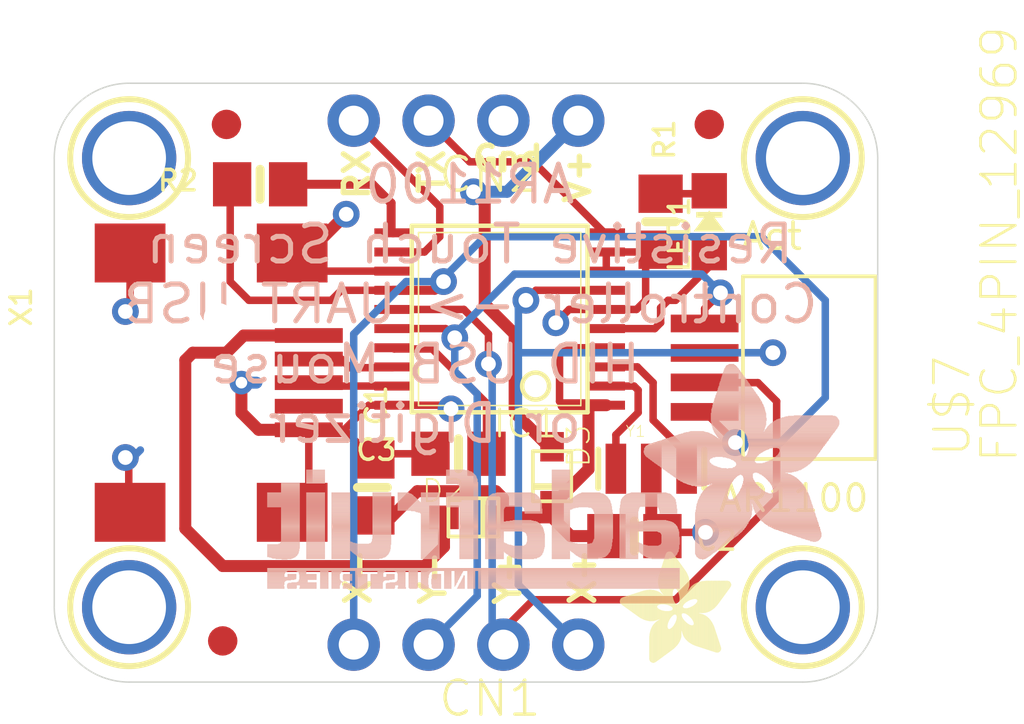
<source format=kicad_pcb>
(kicad_pcb (version 20211014) (generator pcbnew)
  (layers (0 "F.Cu" signal) (31 "B.Cu" signal) (34 "B.Paste" user) (35 "F.Paste" user) (36 "B.SilkS" user "B.Silkscreen") (37 "F.SilkS" user "F.Silkscreen") (38 "B.Mask" user) (39 "F.Mask" user) (44 "Edge.Cuts" user))
  (net 0 "")
  (net 1 "GND")
  (net 2 "Y+")
  (net 3 "Y-")
  (net 4 "X+")
  (net 5 "X-")
  (net 6 "+5V")
  (net 7 "VDD")
  (net 8 "D+")
  (net 9 "D-")
  (net 10 "RX")
  (net 11 "TX")
  (net 12 "N$2")
  (net 13 "N$3")
  (net 14 "N$4")
  (net 15 "N$5")
  (net 16 "N$1")
  (net 17 "N$6")
  (net 18 "N$7")
  (footprint "boardEagle:0805-NO" (layer "F.Cu") (at 148.2471 107.4166 180)
    (fp_text reference "C3" (at 2.032 0.127) (layer "F.SilkS") (effects (font (size 0.692831 0.692831) (thickness 0.119969)) (justify right)))
    (fp_text value "10uF")
    (pad "1" smd rect (at -0.95 0 180) (size 1.3 1.5) (layers "F.Cu" "F.Paste" "F.Mask") (net 14 "N$4"))
    (pad "2" smd rect (at 0.95 0 180) (size 1.3 1.5) (layers "F.Cu" "F.Paste" "F.Mask") (net 1 "GND"))
  )
  (footprint "boardEagle:ADAFRUIT_3.5MM" (layer "F.Cu") (at 157.5181 114.5286 90)
    (fp_text reference "U$14" hide)
    (fp_text value "" hide)
  )
  (footprint "boardEagle:MOUNTINGHOLE_2.5_PLATED" (layer "F.Cu") (at 159.9311 97.3836)
    (fp_text reference "U$5" hide)
    (fp_text value "MOUNTINGHOLE2.5" hide)
    (pad "P$1" thru_hole circle (at 0 0) (size 3.2 3.2) (drill 2.5) (layers *.Cu *.Mask))
  )
  (footprint "boardEagle:MOUNTINGHOLE_2.5_PLATED" (layer "F.Cu") (at 137.0711 112.6236)
    (fp_text reference "U$2" hide)
    (fp_text value "MOUNTINGHOLE2.5" hide)
    (pad "P$1" thru_hole circle (at 0 0) (size 3.2 3.2) (drill 2.5) (layers *.Cu *.Mask))
  )
  (footprint "boardEagle:SOD-323F" (layer "F.Cu") (at 151.4221 108.1786 -90)
    (fp_text reference "D3" (at -1.8 -0.9 90) (layer "F.SilkS") (effects (font (size 0.752978 0.752978) (thickness 0.059822)) (justify right)))
    (fp_text value "1N4148")
    (pad "A" smd rect (at -1 0 270) (size 1 0.8) (layers "F.Cu" "F.Paste" "F.Mask") (net 6 "+5V"))
    (pad "C" smd rect (at 1 0 270) (size 1 0.8) (layers "F.Cu" "F.Paste" "F.Mask") (net 7 "VDD"))
  )
  (footprint "boardEagle:FIDUCIAL_1MM" (layer "F.Cu") (at 140.3731 96.2406)
    (fp_text reference "FID3" hide)
    (fp_text value "FIDUCIAL\"\"" hide)
    (pad "1" smd roundrect (at 0 0) (size 1 1) (layers "F.Cu" "F.Mask") (roundrect_rratio 0.5))
  )
  (footprint "boardEagle:0805-NO" (layer "F.Cu") (at 154.2161 110.2106)
    (fp_text reference "C2" (at 2.032 0.127) (layer "F.SilkS") (effects (font (size 0.692831 0.692831) (thickness 0.119969)) (justify left)))
    (fp_text value "10uF")
    (pad "1" smd rect (at -0.95 0) (size 1.3 1.5) (layers "F.Cu" "F.Paste" "F.Mask") (net 7 "VDD"))
    (pad "2" smd rect (at 0.95 0) (size 1.3 1.5) (layers "F.Cu" "F.Paste" "F.Mask") (net 1 "GND"))
  )
  (footprint "boardEagle:FIDUCIAL_1MM" (layer "F.Cu") (at 140.2461 113.7666)
    (fp_text reference "FID2" hide)
    (fp_text value "FIDUCIAL\"\"" hide)
    (pad "1" smd roundrect (at 0 0) (size 1 1) (layers "F.Cu" "F.Mask") (roundrect_rratio 0.5))
  )
  (footprint "boardEagle:CHIPLED_0805_NOOUTLINE" (layer "F.Cu") (at 156.7561 99.5426)
    (fp_text reference "LED1" (at -1.016 1.778 90) (layer "F.SilkS") (effects (font (size 0.692831 0.692831) (thickness 0.119969)) (justify left)))
    (fp_text value "RED")
    (pad "A" smd rect (at 0 1.05) (size 1.2 1.2) (layers "F.Cu" "F.Paste" "F.Mask") (net 12 "N$2"))
    (pad "C" smd rect (at 0 -1.05) (size 1.2 1.2) (layers "F.Cu" "F.Paste" "F.Mask") (net 13 "N$3"))
  )
  (footprint "boardEagle:MOUNTINGHOLE_2.5_PLATED" (layer "F.Cu") (at 137.0711 97.3836)
    (fp_text reference "U$4" hide)
    (fp_text value "MOUNTINGHOLE2.5" hide)
    (pad "P$1" thru_hole circle (at 0 0) (size 3.2 3.2) (drill 2.5) (layers *.Cu *.Mask))
  )
  (footprint "boardEagle:MOUNTINGHOLE_2.5_PLATED" (layer "F.Cu") (at 159.9311 112.6236)
    (fp_text reference "U$6" hide)
    (fp_text value "MOUNTINGHOLE2.5" hide)
    (pad "P$1" thru_hole circle (at 0 0) (size 3.2 3.2) (drill 2.5) (layers *.Cu *.Mask))
  )
  (footprint "boardEagle:0805-NO" (layer "F.Cu") (at 141.5161 98.2726 180)
    (fp_text reference "R2" (at 2.032 0.127) (layer "F.SilkS") (effects (font (size 0.692831 0.692831) (thickness 0.119969)) (justify right)))
    (fp_text value "20K")
    (pad "1" smd rect (at -0.95 0 180) (size 1.3 1.5) (layers "F.Cu" "F.Paste" "F.Mask") (net 15 "N$5"))
    (pad "2" smd rect (at 0.95 0 180) (size 1.3 1.5) (layers "F.Cu" "F.Paste" "F.Mask") (net 5 "X-"))
  )
  (footprint "boardEagle:0805-NO" (layer "F.Cu") (at 145.3261 108.5596 90)
    (fp_text reference "C1" (at 2.032 0.127 90) (layer "F.SilkS") (effects (font (size 0.692831 0.692831) (thickness 0.119969)) (justify left)))
    (fp_text value "0.1uF")
    (pad "1" smd rect (at -0.95 0 90) (size 1.3 1.5) (layers "F.Cu" "F.Paste" "F.Mask") (net 7 "VDD"))
    (pad "2" smd rect (at 0.95 0 90) (size 1.3 1.5) (layers "F.Cu" "F.Paste" "F.Mask") (net 1 "GND"))
  )
  (footprint "boardEagle:1X04-CLEANBIG" (layer "F.Cu") (at 148.5011 96.1136 180)
    (fp_text reference "CN2" (at -2.6162 -1.8288) (layer "F.SilkS") (effects (font (size 1.1557 1.1557) (thickness 0.1143)) (justify right)))
    (fp_text value "1X4-CLEANBIG" hide)
    (pad "1" thru_hole circle (at -3.81 0 270) (size 1.778 1.778) (drill 1.016) (layers *.Cu *.Mask) (net 6 "+5V"))
    (pad "2" thru_hole circle (at -1.27 0 270) (size 1.778 1.778) (drill 1.016) (layers *.Cu *.Mask) (net 1 "GND"))
    (pad "3" thru_hole circle (at 1.27 0 270) (size 1.778 1.778) (drill 1.016) (layers *.Cu *.Mask) (net 11 "TX"))
    (pad "4" thru_hole circle (at 3.81 0 270) (size 1.778 1.778) (drill 1.016) (layers *.Cu *.Mask) (net 10 "RX"))
  )
  (footprint "boardEagle:RESONATOR-SMD" (layer "F.Cu") (at 154.7876 107.9246)
    (fp_text reference "Y1" (at -0.889 -1.27) (layer "F.SilkS") (effects (font (size 0.376489 0.376489) (thickness 0.029911)) (justify left)))
    (fp_text value "12MHz")
    (pad "1" smd rect (at -1.2 0) (size 0.7 1.7) (layers "F.Cu" "F.Paste" "F.Mask") (net 18 "N$7"))
    (pad "2" smd rect (at 0 0) (size 0.7 1.7) (layers "F.Cu" "F.Paste" "F.Mask") (net 1 "GND"))
    (pad "3" smd rect (at 1.2 0) (size 0.7 1.7) (layers "F.Cu" "F.Paste" "F.Mask") (net 17 "N$6"))
  )
  (footprint "boardEagle:SOD-323F" (layer "F.Cu") (at 148.7551 109.5756)
    (fp_text reference "D2" (at -1.8 -0.9) (layer "F.SilkS") (effects (font (size 0.752978 0.752978) (thickness 0.059822)) (justify left)))
    (fp_text value "1N4148")
    (pad "A" smd rect (at -1 0) (size 1 0.8) (layers "F.Cu" "F.Paste" "F.Mask") (net 16 "N$1"))
    (pad "C" smd rect (at 1 0) (size 1 0.8) (layers "F.Cu" "F.Paste" "F.Mask") (net 7 "VDD"))
  )
  (footprint "boardEagle:1X04-CLEANBIG" (layer "F.Cu") (at 148.5011 113.8936 180)
    (fp_text reference "CN1" (at -2.6162 -1.8288) (layer "F.SilkS") (effects (font (size 1.1557 1.1557) (thickness 0.1143)) (justify right)))
    (fp_text value "1X4-CLEANBIG" hide)
    (pad "1" thru_hole circle (at -3.81 0 270) (size 1.778 1.778) (drill 1.016) (layers *.Cu *.Mask) (net 4 "X+"))
    (pad "2" thru_hole circle (at -1.27 0 270) (size 1.778 1.778) (drill 1.016) (layers *.Cu *.Mask) (net 2 "Y+"))
    (pad "3" thru_hole circle (at 1.27 0 270) (size 1.778 1.778) (drill 1.016) (layers *.Cu *.Mask) (net 3 "Y-"))
    (pad "4" thru_hole circle (at 3.81 0 270) (size 1.778 1.778) (drill 1.016) (layers *.Cu *.Mask) (net 5 "X-"))
  )
  (footprint "boardEagle:FPC_CONN_1MM_DUAL_4P" (layer "F.Cu") (at 157.8991 104.4956 90)
    (fp_text reference "U$7" (at -3.1 7.1 90) (layer "F.SilkS") (effects (font (size 1.176528 1.176528) (thickness 0.093472)) (justify left)))
    (fp_text value "FPC_4PIN_12969" (at -3.3 8.7 90) (layer "F.SilkS") (effects (font (size 1.176528 1.176528) (thickness 0.093472)) (justify left)))
    (pad "1" smd rect (at -1.5 -1.3 180) (size 2.3 0.6) (layers "F.Cu" "F.Paste" "F.Mask") (net 5 "X-"))
    (pad "2" smd rect (at -0.5 -1.3 180) (size 2.3 0.6) (layers "F.Cu" "F.Paste" "F.Mask") (net 2 "Y+"))
    (pad "3" smd rect (at 0.5 -1.3 180) (size 2.3 0.6) (layers "F.Cu" "F.Paste" "F.Mask") (net 4 "X+"))
    (pad "4" smd rect (at 1.5 -1.3 180) (size 2.3 0.6) (layers "F.Cu" "F.Paste" "F.Mask") (net 3 "Y-"))
  )
  (footprint "boardEagle:USB-MINIB" (layer "F.Cu") (at 139.1031 105.0036 -90)
    (fp_text reference "X1" (at -3.31 5.699 90) (layer "F.SilkS") (effects (font (size 0.692831 0.692831) (thickness 0.119969)) (justify right)))
    (fp_text value "")
    (pad "" np_thru_hole circle (at -2.2 -1 270) (size 1 1) (drill 1) (layers *.Cu *.Mask))
    (pad "" np_thru_hole circle (at 2.2 -1 270) (size 1 1) (drill 1) (layers *.Cu *.Mask))
    (pad "D+" smd rect (at 0 -4.064 90) (size 0.5 2.308) (layers "F.Cu" "F.Paste" "F.Mask") (net 8 "D+"))
    (pad "D-" smd rect (at -0.8 -4.064 90) (size 0.5 2.308) (layers "F.Cu" "F.Paste" "F.Mask") (net 9 "D-"))
    (pad "GND" smd rect (at 1.6 -4.064 90) (size 0.5 2.308) (layers "F.Cu" "F.Paste" "F.Mask") (net 1 "GND"))
    (pad "GND1" smd rect (at -4.4 2 270) (size 2 2.4) (layers "F.Cu" "F.Paste" "F.Mask") (net 1 "GND"))
    (pad "GND2" smd rect (at -4.4 -3.5 270) (size 2 2.4) (layers "F.Cu" "F.Paste" "F.Mask") (net 1 "GND"))
    (pad "GND3" smd rect (at 4.4 -3.5 270) (size 2 2.4) (layers "F.Cu" "F.Paste" "F.Mask") (net 1 "GND"))
    (pad "GND4" smd rect (at 4.4 2 270) (size 2 2.4) (layers "F.Cu" "F.Paste" "F.Mask") (net 1 "GND"))
    (pad "ID" smd rect (at 0.8 -4.064 90) (size 0.5 2.308) (layers "F.Cu" "F.Paste" "F.Mask"))
    (pad "VBUS" smd rect (at -1.6 -4.064 90) (size 0.5 2.308) (layers "F.Cu" "F.Paste" "F.Mask") (net 16 "N$1"))
  )
  (footprint "boardEagle:0805-NO" (layer "F.Cu") (at 155.1051 99.5426 90)
    (fp_text reference "R1" (at 2.032 0.127 90) (layer "F.SilkS") (effects (font (size 0.692831 0.692831) (thickness 0.119969)) (justify left)))
    (fp_text value "470")
    (pad "1" smd rect (at -0.95 0 90) (size 1.3 1.5) (layers "F.Cu" "F.Paste" "F.Mask") (net 1 "GND"))
    (pad "2" smd rect (at 0.95 0 90) (size 1.3 1.5) (layers "F.Cu" "F.Paste" "F.Mask") (net 13 "N$3"))
  )
  (footprint "boardEagle:TSSOP20-5.3MMBODY" (layer "F.Cu") (at 149.6441 102.8446 90)
    (fp_text reference "IC1" (at -3.5456 2.0828) (layer "F.SilkS") (effects (font (size 0.92456 0.92456) (thickness 0.09144)) (justify right)))
    (fp_text value "AR1100_SSOP")
    (pad "1" smd rect (at -2.925 3.6178 90) (size 0.3048 1.27) (layers "F.Cu" "F.Paste" "F.Mask") (net 7 "VDD"))
    (pad "2" smd rect (at -2.275 3.6178 90) (size 0.3048 1.27) (layers "F.Cu" "F.Paste" "F.Mask") (net 18 "N$7"))
    (pad "3" smd rect (at -1.625 3.6178 90) (size 0.3048 1.27) (layers "F.Cu" "F.Paste" "F.Mask") (net 17 "N$6"))
    (pad "4" smd rect (at -0.975 3.6178 90) (size 0.3048 1.27) (layers "F.Cu" "F.Paste" "F.Mask") (net 7 "VDD"))
    (pad "5" smd rect (at -0.325 3.6178 90) (size 0.3048 1.27) (layers "F.Cu" "F.Paste" "F.Mask") (net 12 "N$2"))
    (pad "6" smd rect (at 0.325 3.6178 90) (size 0.3048 1.27) (layers "F.Cu" "F.Paste" "F.Mask") (net 1 "GND"))
    (pad "7" smd rect (at 0.975 3.6178 90) (size 0.3048 1.27) (layers "F.Cu" "F.Paste" "F.Mask") (net 4 "X+"))
    (pad "8" smd rect (at 1.625 3.6178 90) (size 0.3048 1.27) (layers "F.Cu" "F.Paste" "F.Mask") (net 1 "GND"))
    (pad "9" smd rect (at 2.275 3.6178 90) (size 0.3048 1.27) (layers "F.Cu" "F.Paste" "F.Mask") (net 1 "GND"))
    (pad "10" smd rect (at 2.925 3.6178 90) (size 0.3048 1.27) (layers "F.Cu" "F.Paste" "F.Mask") (net 11 "TX"))
    (pad "11" smd rect (at 2.925 -3.6178 90) (size 0.3048 1.27) (layers "F.Cu" "F.Paste" "F.Mask") (net 15 "N$5"))
    (pad "12" smd rect (at 2.275 -3.6178 90) (size 0.3048 1.27) (layers "F.Cu" "F.Paste" "F.Mask") (net 10 "RX"))
    (pad "13" smd rect (at 1.625 -3.6178 90) (size 0.3048 1.27) (layers "F.Cu" "F.Paste" "F.Mask") (net 1 "GND"))
    (pad "14" smd rect (at 0.975 -3.6178 90) (size 0.3048 1.27) (layers "F.Cu" "F.Paste" "F.Mask") (net 5 "X-"))
    (pad "15" smd rect (at 0.325 -3.6178 90) (size 0.3048 1.27) (layers "F.Cu" "F.Paste" "F.Mask") (net 2 "Y+"))
    (pad "16" smd rect (at -0.325 -3.6178 90) (size 0.3048 1.27) (layers "F.Cu" "F.Paste" "F.Mask") (net 3 "Y-"))
    (pad "17" smd rect (at -0.975 -3.6178 90) (size 0.3048 1.27) (layers "F.Cu" "F.Paste" "F.Mask") (net 14 "N$4"))
    (pad "18" smd rect (at -1.625 -3.6178 90) (size 0.3048 1.27) (layers "F.Cu" "F.Paste" "F.Mask") (net 9 "D-"))
    (pad "19" smd rect (at -2.275 -3.6178 90) (size 0.3048 1.27) (layers "F.Cu" "F.Paste" "F.Mask") (net 8 "D+"))
    (pad "20" smd rect (at -2.925 -3.6178 90) (size 0.3048 1.27) (layers "F.Cu" "F.Paste" "F.Mask") (net 1 "GND"))
  )
  (footprint "boardEagle:FIDUCIAL_1MM" (layer "F.Cu") (at 156.7561 96.2406)
    (fp_text reference "FID1" hide)
    (fp_text value "FIDUCIAL\"\"" hide)
    (pad "1" smd roundrect (at 0 0) (size 1 1) (layers "F.Cu" "F.Mask") (roundrect_rratio 0.5))
  )
  (footprint "boardEagle:ADAFRUIT_TEXT_20MM" (layer "B.Cu") (at 161.3281 111.9886 180)
    (fp_text reference "U$17" hide)
    (fp_text value "" hide)
  )
  (gr_arc (start 159.9311 94.8436) (mid 161.727151 95.587549) (end 162.4711 97.3836) (layer "Edge.Cuts") (width 0.05))
  (gr_arc (start 134.5311 97.3836) (mid 135.275049 95.587549) (end 137.0711 94.8436) (layer "Edge.Cuts") (width 0.05))
  (gr_line (start 159.9311 115.1636) (end 137.0711 115.1636) (layer "Edge.Cuts") (width 0.05))
  (gr_line (start 162.4711 97.3836) (end 162.4711 112.6236) (layer "Edge.Cuts") (width 0.05))
  (gr_arc (start 137.0711 115.1636) (mid 135.275049 114.419651) (end 134.5311 112.6236) (layer "Edge.Cuts") (width 0.05))
  (gr_line (start 134.5311 112.6236) (end 134.5311 97.3836) (layer "Edge.Cuts") (width 0.05))
  (gr_line (start 137.0711 94.8436) (end 159.9311 94.8436) (layer "Edge.Cuts") (width 0.05))
  (gr_arc (start 162.4711 112.6236) (mid 161.727151 114.419651) (end 159.9311 115.1636) (layer "Edge.Cuts") (width 0.05))
  (gr_text "AR1100" (at 148.6281 98.2726) (layer "B.SilkS") (effects (font (size 1.251712 1.251712) (thickness 0.170688)) (justify mirror)))
  (gr_text "Resistive Touch Screen" (at 148.6281 100.3046) (layer "B.SilkS") (effects (font (size 1.251712 1.251712) (thickness 0.170688)) (justify mirror)))
  (gr_text "Controller -> UART USB" (at 148.6281 102.3366) (layer "B.SilkS") (effects (font (size 1.251712 1.251712) (thickness 0.170688)) (justify mirror)))
  (gr_text "HID USB Mouse\nor Digitizer" (at 147.1041 105.3846) (layer "B.SilkS") (effects (font (size 1.251712 1.251712) (thickness 0.170688)) (justify mirror)))
  (gr_text "TX" (at 146.8501 97.0026 90) (layer "F.SilkS") (effects (font (size 0.83312 0.83312) (thickness 0.18288)) (justify right top)))
  (gr_text "X-" (at 145.3261 112.6236 90) (layer "F.SilkS") (effects (font (size 0.83312 0.83312) (thickness 0.18288)) (justify left bottom)))
  (gr_text "AR1100" (at 157.0101 109.4486) (layer "F.SilkS") (effects (font (size 0.89408 0.89408) (thickness 0.12192)) (justify left bottom)))
  (gr_text "V+" (at 151.8031 97.0026 90) (layer "F.SilkS") (effects (font (size 0.83312 0.83312) (thickness 0.18288)) (justify right top)))
  (gr_text "Act" (at 157.7721 100.5586) (layer "F.SilkS") (effects (font (size 0.89408 0.89408) (thickness 0.12192)) (justify left bottom)))
  (gr_text "RX" (at 144.3101 97.0026 90) (layer "F.SilkS") (effects (font (size 0.83312 0.83312) (thickness 0.18288)) (justify right top)))
  (gr_text "X+" (at 152.9461 112.6236 90) (layer "F.SilkS") (effects (font (size 0.83312 0.83312) (thickness 0.18288)) (justify left bottom)))
  (gr_text "Y+" (at 150.4061 112.6236 90) (layer "F.SilkS") (effects (font (size 0.83312 0.83312) (thickness 0.18288)) (justify left bottom)))
  (gr_text "Gnd" (at 148.6281 97.8916) (layer "F.SilkS") (effects (font (size 0.83312 0.83312) (thickness 0.18288)) (justify left bottom)))
  (gr_text "Y-" (at 147.8661 112.6236 90) (layer "F.SilkS") (effects (font (size 0.83312 0.83312) (thickness 0.18288)) (justify left bottom)))
  (segment (start 142.6031 109.4036) (end 143.1671 108.8396) (width 0.254) (layer "F.Cu") (net 1))
  (segment (start 155.1661 110.2106) (end 155.2931 110.0836) (width 0.254) (layer "F.Cu") (net 1))
  (segment (start 137.0581 109.3586) (end 137.1031 109.4036) (width 0.254) (layer "F.Cu") (net 1))
  (segment (start 145.5191 107.4166) (end 145.3261 107.6096) (width 0.254) (layer "F.Cu") (net 1))
  (segment (start 143.1671 106.6036) (end 141.4651 106.6036) (width 0.4064) (layer "F.Cu") (net 1))
  (segment (start 145.5191 107.4166) (end 147.2971 107.4166) (width 0.254) (layer "F.Cu") (net 1))
  (segment (start 147.8701 105.7696) (end 147.9931 105.8926) (width 0.254) (layer "F.Cu") (net 1))
  (segment (start 141.4651 106.6036) (end 140.8811 106.0196) (width 0.4064) (layer "F.Cu") (net 1))
  (segment (start 146.0263 101.2196) (end 143.2191 101.2196) (width 0.254) (layer "F.Cu") (net 1))
  (segment (start 146.0263 105.7696) (end 145.2023 105.7696) (width 0.254) (layer "F.Cu") (net 1))
  (segment (start 137.1031 102.4316) (end 136.9441 102.5906) (width 0.254) (layer "F.Cu") (net 1))
  (segment (start 137.1031 100.6036) (end 137.1031 102.4316) (width 0.254) (layer "F.Cu") (net 1))
  (segment (start 152.0011 102.5196) (end 151.5491 102.9716) (width 0.254) (layer "F.Cu") (net 1))
  (segment (start 154.7876 110.2106) (end 155.1661 110.2106) (width 0.4064) (layer "F.Cu") (net 1))
  (segment (start 145.2023 105.7696) (end 144.3683 106.6036) (width 0.254) (layer "F.Cu") (net 1))
  (segment (start 154.5971 100.5696) (end 155.0281 100.5696) (width 0.254) (layer "F.Cu") (net 1))
  (segment (start 153.2619 100.5696) (end 154.5971 100.5696) (width 0.254) (layer "F.Cu") (net 1))
  (segment (start 141.9791 109.4036) (end 142.6031 109.4036) (width 0.254) (layer "F.Cu") (net 1))
  (segment (start 145.3261 107.6096) (end 145.3261 107.5614) (width 0.254) (layer "F.Cu") (net 1))
  (segment (start 142.6031 100.6036) (end 143.1221 100.6036) (width 0.4064) (layer "F.Cu") (net 1))
  (segment (start 143.1671 108.8396) (end 143.1671 106.6036) (width 0.254) (layer "F.Cu") (net 1))
  (segment (start 143.2191 101.2196) (end 143.1671 101.2196) (width 0.254) (layer "F.Cu") (net 1))
  (segment (start 146.0263 105.7696) (end 147.8701 105.7696) (width 0.254) (layer "F.Cu") (net 1))
  (segment (start 137.0581 107.6576) (end 136.9441 107.5436) (width 0.254) (layer "F.Cu") (net 1))
  (segment (start 153.2619 102.5196) (end 154.2871 102.5196) (width 0.254) (layer "F.Cu") (net 1))
  (segment (start 154.7876 107.9246) (end 154.7876 110.2106) (width 0.4064) (layer "F.Cu") (net 1))
  (segment (start 155.0281 100.5696) (end 155.1051 100.4926) (width 0.254) (layer "F.Cu") (net 1))
  (segment (start 145.3261 107.5614) (end 144.3683 106.6036) (width 0.254) (layer "F.Cu") (net 1))
  (segment (start 143.2191 101.2196) (end 142.6031 100.6036) (width 0.254) (layer "F.Cu") (net 1))
  (segment (start 154.5971 102.2096) (end 154.5971 100.5696) (width 0.254) (layer "F.Cu") (net 1))
  (segment (start 140.8811 106.0196) (end 140.8811 105.0036) (width 0.4064) (layer "F.Cu") (net 1))
  (segment (start 137.0581 107.6576) (end 137.0581 109.3586) (width 0.254) (layer "F.Cu") (net 1))
  (segment (start 153.2619 101.2196) (end 153.2619 100.5696) (width 0.254) (layer "F.Cu") (net 1))
  (segment (start 155.2931 110.0836) (end 156.6291 110.0836) (width 0.254) (layer "F.Cu") (net 1))
  (segment (start 143.1671 106.6036) (end 144.3683 106.6036) (width 0.254) (layer "F.Cu") (net 1))
  (segment (start 143.1221 100.6036) (end 144.4371 99.2886) (width 0.4064) (layer "F.Cu") (net 1))
  (segment (start 154.2871 102.5196) (end 154.5971 102.2096) (width 0.254) (layer "F.Cu") (net 1))
  (segment (start 141.8971 109.3216) (end 141.9791 109.4036) (width 0.254) (layer "F.Cu") (net 1))
  (segment (start 153.2619 102.5196) (end 152.0011 102.5196) (width 0.254) (layer "F.Cu") (net 1))
  (via (at 151.5491 102.9716) (size 0.9064) (drill 0.5) (layers "F.Cu" "B.Cu") (net 1))
  (via (at 136.9441 102.5906) (size 0.9064) (drill 0.5) (layers "F.Cu" "B.Cu") (net 1))
  (via (at 140.8811 105.0036) (size 0.8001) (drill 0.3937) (layers "F.Cu" "B.Cu") (net 1))
  (via (at 156.6291 110.0836) (size 0.9064) (drill 0.5) (layers "F.Cu" "B.Cu") (net 1))
  (via (at 144.4371 99.2886) (size 0.9064) (drill 0.5) (layers "F.Cu" "B.Cu") (net 1))
  (via (at 136.9441 107.5436) (size 0.9064) (drill 0.5) (layers "F.Cu" "B.Cu") (net 1))
  (via (at 147.9931 105.8926) (size 0.9064) (drill 0.5) (layers "F.Cu" "B.Cu") (net 1))
  (segment (start 137.1981 107.5436) (end 137.4521 107.2896) (width 0.254) (layer "B.Cu") (net 1))
  (segment (start 140.8811 105.0036) (end 141.3891 105.0036) (width 0.4064) (layer "B.Cu") (net 1))
  (segment (start 156.6291 110.0836) (end 156.6291 109.8296) (width 0.254) (layer "B.Cu") (net 1))
  (segment (start 136.9441 107.5436) (end 137.1981 107.5436) (width 0.254) (layer "B.Cu") (net 1))
  (segment (start 136.9441 102.5906) (end 136.9441 102.8446) (width 0.254) (layer "B.Cu") (net 1))
  (segment (start 159.0421 105.6386) (end 158.4071 105.0036) (width 0.254) (layer "F.Cu") (net 2))
  (segment (start 159.0421 108.9406) (end 159.0421 105.6386) (width 0.254) (layer "F.Cu") (net 2))
  (segment (start 149.7711 113.3856) (end 149.7711 113.8936) (width 0.254) (layer "F.Cu") (net 2))
  (segment (start 158.4071 105.0036) (end 156.6071 105.0036) (width 0.254) (layer "F.Cu") (net 2))
  (segment (start 146.0263 102.5196) (end 148.4301 102.5196) (width 0.254) (layer "F.Cu") (net 2))
  (segment (start 149.2631 103.3526) (end 149.2631 104.3686) (width 0.254) (layer "F.Cu") (net 2))
  (segment (start 148.4301 102.5196) (end 149.2631 103.3526) (width 0.254) (layer "F.Cu") (net 2))
  (segment (start 150.7871 112.3696) (end 149.7711 113.3856) (width 0.254) (layer "F.Cu") (net 2))
  (segment (start 156.6071 105.0036) (end 156.5991 104.9956) (width 0.254) (layer "F.Cu") (net 2))
  (segment (start 155.6131 112.3696) (end 150.7871 112.3696) (width 0.254) (layer "F.Cu") (net 2))
  (segment (start 159.0421 108.9406) (end 155.6131 112.3696) (width 0.254) (layer "F.Cu") (net 2))
  (via (at 149.2631 104.3686) (size 0.9064) (drill 0.5) (layers "F.Cu" "B.Cu") (net 2))
  (segment (start 149.3901 113.5126) (end 149.3901 104.7496) (width 0.254) (layer "B.Cu") (net 2))
  (segment (start 149.7711 113.8936) (end 149.3901 113.5126) (width 0.254) (layer "B.Cu") (net 2))
  (segment (start 149.3901 104.7496) (end 149.2631 104.6226) (width 0.254) (layer "B.Cu") (net 2))
  (segment (start 149.2631 104.6226) (end 149.2631 104.3686) (width 0.254) (layer "B.Cu") (net 2))
  (segment (start 147.8101 103.1696) (end 146.0263 103.1696) (width 0.254) (layer "F.Cu") (net 3))
  (segment (start 156.5991 102.4936) (end 157.1371 101.9556) (width 0.254) (layer "F.Cu") (net 3))
  (segment (start 148.1201 103.4796) (end 147.8101 103.1696) (width 0.254) (layer "F.Cu") (net 3))
  (segment (start 156.5991 102.9956) (end 156.5991 102.4936) (width 0.254) (layer "F.Cu") (net 3))
  (via (at 157.1371 101.9556) (size 0.9064) (drill 0.5) (layers "F.Cu" "B.Cu") (net 3))
  (via (at 148.1201 103.4796) (size 0.9064) (drill 0.5) (layers "F.Cu" "B.Cu") (net 3))
  (segment (start 148.1201 104.6226) (end 148.1201 103.4796) (width 0.254) (layer "B.Cu") (net 3))
  (segment (start 148.8821 112.2426) (end 148.8821 105.3846) (width 0.254) (layer "B.Cu") (net 3))
  (segment (start 147.2311 113.8936) (end 148.8821 112.2426) (width 0.254) (layer "B.Cu") (net 3))
  (segment (start 150.1521 101.3206) (end 156.5021 101.3206) (width 0.254) (layer "B.Cu") (net 3))
  (segment (start 147.9931 103.4796) (end 148.1201 103.4796) (width 0.254) (layer "B.Cu") (net 3))
  (segment (start 148.8821 105.3846) (end 148.1201 104.6226) (width 0.254) (layer "B.Cu") (net 3))
  (segment (start 156.5021 101.3206) (end 157.1371 101.9556) (width 0.254) (layer "B.Cu") (net 3))
  (segment (start 150.1521 101.3206) (end 147.9931 103.4796) (width 0.254) (layer "B.Cu") (net 3))
  (segment (start 158.9151 103.9876) (end 156.6071 103.9876) (width 0.254) (layer "F.Cu") (net 4))
  (segment (start 150.8731 101.8696) (end 153.2619 101.8696) (width 0.254) (layer "F.Cu") (net 4))
  (segment (start 156.6071 103.9876) (end 156.5991 103.9956) (width 0.254) (layer "F.Cu") (net 4))
  (segment (start 150.8731 101.8696) (end 150.5331 102.2096) (width 0.254) (layer "F.Cu") (net 4))
  (via (at 158.9151 103.9876) (size 0.9064) (drill 0.5) (layers "F.Cu" "B.Cu") (net 4))
  (via (at 150.5331 102.2096) (size 0.9064) (drill 0.5) (layers "F.Cu" "B.Cu") (net 4))
  (segment (start 152.3111 113.8936) (end 150.2791 111.8616) (width 0.254) (layer "B.Cu") (net 4))
  (segment (start 150.2791 102.4636) (end 150.5331 102.2096) (width 0.254) (layer "B.Cu") (net 4))
  (segment (start 150.2791 102.4636) (end 150.2791 103.9876) (width 0.254) (layer "B.Cu") (net 4))
  (segment (start 150.2791 103.9876) (end 158.9151 103.9876) (width 0.254) (layer "B.Cu") (net 4))
  (segment (start 150.2791 111.8616) (end 150.2791 103.9876) (width 0.254) (layer "B.Cu") (net 4))
  (segment (start 146.0263 101.8696) (end 144.2691 101.8696) (width 0.254) (layer "F.Cu") (net 5))
  (segment (start 141.1351 102.2096) (end 140.5001 101.5746) (width 0.254) (layer "F.Cu") (net 5))
  (segment (start 147.4441 101.8696) (end 147.7391 101.5746) (width 0.3048) (layer "F.Cu") (net 5))
  (segment (start 156.5991 105.9896) (end 156.5991 105.9956) (width 0.254) (layer "F.Cu") (net 5))
  (segment (start 157.6451 107.0356) (end 156.5991 105.9896) (width 0.254) (layer "F.Cu") (net 5))
  (segment (start 140.4341 98.2726) (end 140.5661 98.2726) (width 0.254) (layer "F.Cu") (net 5))
  (segment (start 140.5001 101.5746) (end 140.5001 98.2066) (width 0.254) (layer "F.Cu") (net 5))
  (segment (start 140.5001 98.2066) (end 140.4341 98.2726) (width 0.254) (layer "F.Cu") (net 5))
  (segment (start 146.0263 101.8696) (end 147.4441 101.8696) (width 0.3048) (layer "F.Cu") (net 5))
  (segment (start 143.9291 102.2096) (end 141.1351 102.2096) (width 0.254) (layer "F.Cu") (net 5))
  (segment (start 144.2691 101.8696) (end 143.9291 102.2096) (width 0.254) (layer "F.Cu") (net 5))
  (via (at 147.7391 101.5746) (size 0.9064) (drill 0.5) (layers "F.Cu" "B.Cu") (net 5))
  (via (at 157.6451 107.0356) (size 0.9064) (drill 0.5) (layers "F.Cu" "B.Cu") (net 5))
  (segment (start 144.6911 113.8936) (end 144.6911 103.3526) (width 0.254) (layer "B.Cu") (net 5))
  (segment (start 160.6931 105.5116) (end 159.1691 107.0356) (width 0.254) (layer "B.Cu") (net 5))
  (segment (start 146.4691 101.5746) (end 147.7391 101.5746) (width 0.254) (layer "B.Cu") (net 5))
  (segment (start 149.1361 100.0506) (end 147.7391 101.4476) (width 0.254) (layer "B.Cu") (net 5))
  (segment (start 159.1691 107.0356) (end 157.6451 107.0356) (width 0.254) (layer "B.Cu") (net 5))
  (segment (start 160.6931 102.2096) (end 160.6931 105.5116) (width 0.254) (layer "B.Cu") (net 5))
  (segment (start 149.1361 100.0506) (end 158.5341 100.0506) (width 0.254) (layer "B.Cu") (net 5))
  (segment (start 144.6911 103.3526) (end 146.4691 101.5746) (width 0.254) (layer "B.Cu") (net 5))
  (segment (start 147.7391 101.4476) (end 147.7391 101.5746) (width 0.254) (layer "B.Cu") (net 5))
  (segment (start 158.5341 100.0506) (end 160.6931 102.2096) (width 0.254) (layer "B.Cu") (net 5))
  (segment (start 150.1521 103.3526) (end 149.1361 102.3366) (width 0.4064) (layer "F.Cu") (net 6))
  (segment (start 149.1361 102.3366) (end 149.1361 98.9076) (width 0.4064) (layer "F.Cu") (net 6))
  (segment (start 149.1361 98.9076) (end 148.7551 98.5266) (width 0.4064) (layer "F.Cu") (net 6))
  (segment (start 151.4221 107.2896) (end 151.4221 107.1786) (width 0.4064) (layer "F.Cu") (net 6))
  (segment (start 150.1521 106.0196) (end 151.4221 107.2896) (width 0.4064) (layer "F.Cu") (net 6))
  (segment (start 150.1521 106.0196) (end 150.1521 103.3526) (width 0.4064) (layer "F.Cu") (net 6))
  (via (at 148.7551 98.5266) (size 0.9064) (drill 0.5) (layers "F.Cu" "B.Cu") (net 6))
  (segment (start 149.8981 98.5266) (end 152.3111 96.1136) (width 0.4064) (layer "B.Cu") (net 6))
  (segment (start 148.7551 98.5266) (end 149.8981 98.5266) (width 0.4064) (layer "B.Cu") (net 6))
  (segment (start 152.657878 105.7696) (end 152.657878 107.942822) (width 0.4064) (layer "F.Cu") (net 7))
  (segment (start 146.8501 108.6866) (end 149.5171 108.6866) (width 0.4064) (layer "F.Cu") (net 7))
  (segment (start 146.8501 108.6866) (end 145.9611 109.5756) (width 0.4064) (layer "F.Cu") (net 7))
  (segment (start 145.3921 109.5756) (end 145.3261 109.5096) (width 0.4064) (layer "F.Cu") (net 7))
  (segment (start 152.657878 105.7696) (end 151.8071 105.7696) (width 0.4064) (layer "F.Cu") (net 7))
  (segment (start 151.8441 103.8196) (end 153.2619 103.8196) (width 0.254) (layer "F.Cu") (net 7))
  (segment (start 151.4221 109.1786) (end 151.4221 109.5756) (width 0.4064) (layer "F.Cu") (net 7))
  (segment (start 145.9611 109.5756) (end 145.3921 109.5756) (width 0.4064) (layer "F.Cu") (net 7))
  (segment (start 152.0571 110.2106) (end 153.2661 110.2106) (width 0.4064) (layer "F.Cu") (net 7))
  (segment (start 149.7551 108.9246) (end 149.7551 109.5756) (width 0.4064) (layer "F.Cu") (net 7))
  (segment (start 151.8071 105.7696) (end 151.6761 105.6386) (width 0.254) (layer "F.Cu") (net 7))
  (segment (start 151.4221 109.5756) (end 152.0571 110.2106) (width 0.4064) (layer "F.Cu") (net 7))
  (segment (start 151.4221 109.5756) (end 149.7551 109.5756) (width 0.4064) (layer "F.Cu") (net 7))
  (segment (start 151.6761 103.9876) (end 151.8441 103.8196) (width 0.254) (layer "F.Cu") (net 7))
  (segment (start 151.6761 105.6386) (end 151.6761 103.9876) (width 0.254) (layer "F.Cu") (net 7))
  (segment (start 153.2619 105.7696) (end 152.657878 105.7696) (width 0.4064) (layer "F.Cu") (net 7))
  (segment (start 152.657878 107.942822) (end 151.4221 109.1786) (width 0.4064) (layer "F.Cu") (net 7))
  (segment (start 149.5171 108.6866) (end 149.7551 108.9246) (width 0.4064) (layer "F.Cu") (net 7))
  (segment (start 143.2831 105.1196) (end 146.0263 105.1196) (width 0.254) (layer "F.Cu") (net 8))
  (segment (start 143.1671 105.0036) (end 143.2831 105.1196) (width 0.254) (layer "F.Cu") (net 8))
  (segment (start 146.0003 104.4956) (end 146.0263 104.4696) (width 0.254) (layer "F.Cu") (net 9))
  (segment (start 144.5641 104.4956) (end 146.0003 104.4956) (width 0.254) (layer "F.Cu") (net 9))
  (segment (start 144.2721 104.2036) (end 144.5641 104.4956) (width 0.254) (layer "F.Cu") (net 9))
  (segment (start 143.1671 104.2036) (end 144.2721 104.2036) (width 0.254) (layer "F.Cu") (net 9))
  (segment (start 147.0931 100.5696) (end 147.6121 100.0506) (width 0.254) (layer "F.Cu") (net 10))
  (segment (start 147.6121 100.0506) (end 147.6121 99.0346) (width 0.254) (layer "F.Cu") (net 10))
  (segment (start 146.0263 100.5696) (end 147.0931 100.5696) (width 0.254) (layer "F.Cu") (net 10))
  (segment (start 147.6121 99.0346) (end 144.6911 96.1136) (width 0.254) (layer "F.Cu") (net 10))
  (segment (start 153.1961 99.9196) (end 153.2619 99.9196) (width 0.254) (layer "F.Cu") (net 11))
  (segment (start 150.7871 97.5106) (end 153.1961 99.9196) (width 0.254) (layer "F.Cu") (net 11))
  (segment (start 147.2311 96.1136) (end 148.6281 97.5106) (width 0.254) (layer "F.Cu") (net 11))
  (segment (start 148.6281 97.5106) (end 150.7871 97.5106) (width 0.254) (layer "F.Cu") (net 11))
  (segment (start 155.1051 102.4636) (end 155.3591 102.2096) (width 0.254) (layer "F.Cu") (net 12))
  (segment (start 156.7561 101.0666) (end 155.6131 102.2096) (width 0.254) (layer "F.Cu") (net 12))
  (segment (start 155.1051 102.9716) (end 155.1051 102.4636) (width 0.254) (layer "F.Cu") (net 12))
  (segment (start 156.7561 100.5926) (end 156.7561 101.0666) (width 0.254) (layer "F.Cu") (net 12))
  (segment (start 155.3591 102.2096) (end 155.6131 102.2096) (width 0.254) (layer "F.Cu") (net 12))
  (segment (start 154.9071 103.1696) (end 155.1051 102.9716) (width 0.254) (layer "F.Cu") (net 12))
  (segment (start 154.9071 103.1696) (end 153.2619 103.1696) (width 0.254) (layer "F.Cu") (net 12))
  (segment (start 156.6561 98.5926) (end 156.7561 98.4926) (width 0.254) (layer "F.Cu") (net 13))
  (segment (start 155.1051 98.5926) (end 156.6561 98.5926) (width 0.254) (layer "F.Cu") (net 13))
  (segment (start 147.3581 103.8606) (end 146.0673 103.8606) (width 0.254) (layer "F.Cu") (net 14))
  (segment (start 149.1971 105.6996) (end 147.3581 103.8606) (width 0.254) (layer "F.Cu") (net 14))
  (segment (start 146.0673 103.8606) (end 146.0263 103.8196) (width 0.254) (layer "F.Cu") (net 14))
  (segment (start 149.1971 107.4166) (end 149.1971 105.6996) (width 0.254) (layer "F.Cu") (net 14))
  (segment (start 142.4661 98.2726) (end 145.3261 98.2726) (width 0.3048) (layer "F.Cu") (net 15))
  (segment (start 145.9611 98.9076) (end 145.9611 99.8544) (width 0.3048) (layer "F.Cu") (net 15))
  (segment (start 145.9611 99.8544) (end 146.0263 99.9196) (width 0.3048) (layer "F.Cu") (net 15))
  (segment (start 145.3261 98.2726) (end 145.9611 98.9076) (width 0.3048) (layer "F.Cu") (net 15))
  (segment (start 139.2301 103.9876) (end 138.9761 104.2416) (width 0.4064) (layer "F.Cu") (net 16))
  (segment (start 140.9571 103.4036) (end 143.1671 103.4036) (width 0.4064) (layer "F.Cu") (net 16))
  (segment (start 140.3731 103.9876) (end 139.2301 103.9876) (width 0.4064) (layer "F.Cu") (net 16))
  (segment (start 140.2461 111.2266) (end 138.9761 109.9566) (width 0.4064) (layer "F.Cu") (net 16))
  (segment (start 147.7551 109.5756) (end 147.7551 110.5756) (width 0.4064) (layer "F.Cu") (net 16))
  (segment (start 147.7551 110.5756) (end 147.1041 111.2266) (width 0.4064) (layer "F.Cu") (net 16))
  (segment (start 140.9571 103.4036) (end 140.3731 103.9876) (width 0.4064) (layer "F.Cu") (net 16))
  (segment (start 147.1041 111.2266) (end 140.2461 111.2266) (width 0.4064) (layer "F.Cu") (net 16))
  (segment (start 138.9761 109.9566) (end 138.9761 104.2416) (width 0.4064) (layer "F.Cu") (net 16))
  (segment (start 154.8511 105.0036) (end 154.8511 106.2736) (width 0.254) (layer "F.Cu") (net 17))
  (segment (start 153.2619 104.4696) (end 154.3171 104.4696) (width 0.254) (layer "F.Cu") (net 17))
  (segment (start 155.8671 107.2896) (end 155.8671 107.8041) (width 0.254) (layer "F.Cu") (net 17))
  (segment (start 154.8511 106.2736) (end 155.8671 107.2896) (width 0.254) (layer "F.Cu") (net 17))
  (segment (start 155.8671 107.8041) (end 155.9876 107.9246) (width 0.254) (layer "F.Cu") (net 17))
  (segment (start 154.3171 104.4696) (end 154.8511 105.0036) (width 0.254) (layer "F.Cu") (net 17))
  (segment (start 153.5876 106.7751) (end 153.5876 107.9246) (width 0.254) (layer "F.Cu") (net 18))
  (segment (start 154.3431 105.2576) (end 154.3431 106.0196) (width 0.254) (layer "F.Cu") (net 18))
  (segment (start 154.2051 105.1196) (end 154.3431 105.2576) (width 0.254) (layer "F.Cu") (net 18))
  (segment (start 154.3431 106.0196) (end 153.5876 106.7751) (width 0.254) (layer "F.Cu") (net 18))
  (segment (start 153.2619 105.1196) (end 154.2051 105.1196) (width 0.254) (layer "F.Cu") (net 18))
)
</source>
